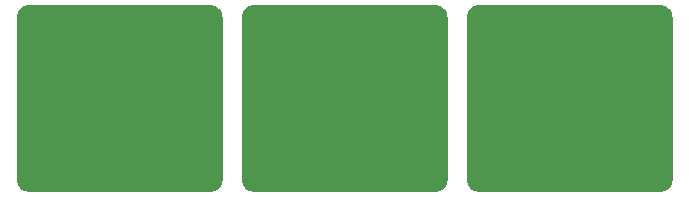
<source format=gbr>
G04 #@! TF.GenerationSoftware,KiCad,Pcbnew,(5.1.4-0)*
G04 #@! TF.CreationDate,2020-11-08T11:40:52+08:00*
G04 #@! TF.ProjectId,plate,706c6174-652e-46b6-9963-61645f706362,rev?*
G04 #@! TF.SameCoordinates,Original*
G04 #@! TF.FileFunction,Copper,L1,Top*
G04 #@! TF.FilePolarity,Positive*
%FSLAX46Y46*%
G04 Gerber Fmt 4.6, Leading zero omitted, Abs format (unit mm)*
G04 Created by KiCad (PCBNEW (5.1.4-0)) date 2020-11-08 11:40:52*
%MOMM*%
%LPD*%
G04 APERTURE LIST*
%ADD10C,0.100000*%
%ADD11C,15.800000*%
G04 APERTURE END LIST*
D10*
G36*
X214177166Y-81004793D02*
G01*
X214273793Y-81019126D01*
X214368549Y-81042862D01*
X214460523Y-81075770D01*
X214548828Y-81117536D01*
X214632615Y-81167755D01*
X214711075Y-81225945D01*
X214783454Y-81291546D01*
X214849055Y-81363925D01*
X214907245Y-81442385D01*
X214957464Y-81526172D01*
X214999230Y-81614477D01*
X215032138Y-81706451D01*
X215055874Y-81801207D01*
X215070207Y-81897834D01*
X215075000Y-81995400D01*
X215075000Y-95804600D01*
X215070207Y-95902166D01*
X215055874Y-95998793D01*
X215032138Y-96093549D01*
X214999230Y-96185523D01*
X214957464Y-96273828D01*
X214907245Y-96357615D01*
X214849055Y-96436075D01*
X214783454Y-96508454D01*
X214711075Y-96574055D01*
X214632615Y-96632245D01*
X214548828Y-96682464D01*
X214460523Y-96724230D01*
X214368549Y-96757138D01*
X214273793Y-96780874D01*
X214177166Y-96795207D01*
X214079600Y-96800000D01*
X198670400Y-96800000D01*
X198572834Y-96795207D01*
X198476207Y-96780874D01*
X198381451Y-96757138D01*
X198289477Y-96724230D01*
X198201172Y-96682464D01*
X198117385Y-96632245D01*
X198038925Y-96574055D01*
X197966546Y-96508454D01*
X197900945Y-96436075D01*
X197842755Y-96357615D01*
X197792536Y-96273828D01*
X197750770Y-96185523D01*
X197717862Y-96093549D01*
X197694126Y-95998793D01*
X197679793Y-95902166D01*
X197675000Y-95804600D01*
X197675000Y-81995400D01*
X197679793Y-81897834D01*
X197694126Y-81801207D01*
X197717862Y-81706451D01*
X197750770Y-81614477D01*
X197792536Y-81526172D01*
X197842755Y-81442385D01*
X197900945Y-81363925D01*
X197966546Y-81291546D01*
X198038925Y-81225945D01*
X198117385Y-81167755D01*
X198201172Y-81117536D01*
X198289477Y-81075770D01*
X198381451Y-81042862D01*
X198476207Y-81019126D01*
X198572834Y-81004793D01*
X198670400Y-81000000D01*
X214079600Y-81000000D01*
X214177166Y-81004793D01*
X214177166Y-81004793D01*
G37*
D11*
X206375000Y-88900000D03*
D10*
G36*
X195127166Y-81004793D02*
G01*
X195223793Y-81019126D01*
X195318549Y-81042862D01*
X195410523Y-81075770D01*
X195498828Y-81117536D01*
X195582615Y-81167755D01*
X195661075Y-81225945D01*
X195733454Y-81291546D01*
X195799055Y-81363925D01*
X195857245Y-81442385D01*
X195907464Y-81526172D01*
X195949230Y-81614477D01*
X195982138Y-81706451D01*
X196005874Y-81801207D01*
X196020207Y-81897834D01*
X196025000Y-81995400D01*
X196025000Y-95804600D01*
X196020207Y-95902166D01*
X196005874Y-95998793D01*
X195982138Y-96093549D01*
X195949230Y-96185523D01*
X195907464Y-96273828D01*
X195857245Y-96357615D01*
X195799055Y-96436075D01*
X195733454Y-96508454D01*
X195661075Y-96574055D01*
X195582615Y-96632245D01*
X195498828Y-96682464D01*
X195410523Y-96724230D01*
X195318549Y-96757138D01*
X195223793Y-96780874D01*
X195127166Y-96795207D01*
X195029600Y-96800000D01*
X179620400Y-96800000D01*
X179522834Y-96795207D01*
X179426207Y-96780874D01*
X179331451Y-96757138D01*
X179239477Y-96724230D01*
X179151172Y-96682464D01*
X179067385Y-96632245D01*
X178988925Y-96574055D01*
X178916546Y-96508454D01*
X178850945Y-96436075D01*
X178792755Y-96357615D01*
X178742536Y-96273828D01*
X178700770Y-96185523D01*
X178667862Y-96093549D01*
X178644126Y-95998793D01*
X178629793Y-95902166D01*
X178625000Y-95804600D01*
X178625000Y-81995400D01*
X178629793Y-81897834D01*
X178644126Y-81801207D01*
X178667862Y-81706451D01*
X178700770Y-81614477D01*
X178742536Y-81526172D01*
X178792755Y-81442385D01*
X178850945Y-81363925D01*
X178916546Y-81291546D01*
X178988925Y-81225945D01*
X179067385Y-81167755D01*
X179151172Y-81117536D01*
X179239477Y-81075770D01*
X179331451Y-81042862D01*
X179426207Y-81019126D01*
X179522834Y-81004793D01*
X179620400Y-81000000D01*
X195029600Y-81000000D01*
X195127166Y-81004793D01*
X195127166Y-81004793D01*
G37*
D11*
X187325000Y-88900000D03*
D10*
G36*
X176077166Y-81004793D02*
G01*
X176173793Y-81019126D01*
X176268549Y-81042862D01*
X176360523Y-81075770D01*
X176448828Y-81117536D01*
X176532615Y-81167755D01*
X176611075Y-81225945D01*
X176683454Y-81291546D01*
X176749055Y-81363925D01*
X176807245Y-81442385D01*
X176857464Y-81526172D01*
X176899230Y-81614477D01*
X176932138Y-81706451D01*
X176955874Y-81801207D01*
X176970207Y-81897834D01*
X176975000Y-81995400D01*
X176975000Y-95804600D01*
X176970207Y-95902166D01*
X176955874Y-95998793D01*
X176932138Y-96093549D01*
X176899230Y-96185523D01*
X176857464Y-96273828D01*
X176807245Y-96357615D01*
X176749055Y-96436075D01*
X176683454Y-96508454D01*
X176611075Y-96574055D01*
X176532615Y-96632245D01*
X176448828Y-96682464D01*
X176360523Y-96724230D01*
X176268549Y-96757138D01*
X176173793Y-96780874D01*
X176077166Y-96795207D01*
X175979600Y-96800000D01*
X160570400Y-96800000D01*
X160472834Y-96795207D01*
X160376207Y-96780874D01*
X160281451Y-96757138D01*
X160189477Y-96724230D01*
X160101172Y-96682464D01*
X160017385Y-96632245D01*
X159938925Y-96574055D01*
X159866546Y-96508454D01*
X159800945Y-96436075D01*
X159742755Y-96357615D01*
X159692536Y-96273828D01*
X159650770Y-96185523D01*
X159617862Y-96093549D01*
X159594126Y-95998793D01*
X159579793Y-95902166D01*
X159575000Y-95804600D01*
X159575000Y-81995400D01*
X159579793Y-81897834D01*
X159594126Y-81801207D01*
X159617862Y-81706451D01*
X159650770Y-81614477D01*
X159692536Y-81526172D01*
X159742755Y-81442385D01*
X159800945Y-81363925D01*
X159866546Y-81291546D01*
X159938925Y-81225945D01*
X160017385Y-81167755D01*
X160101172Y-81117536D01*
X160189477Y-81075770D01*
X160281451Y-81042862D01*
X160376207Y-81019126D01*
X160472834Y-81004793D01*
X160570400Y-81000000D01*
X175979600Y-81000000D01*
X176077166Y-81004793D01*
X176077166Y-81004793D01*
G37*
D11*
X168275000Y-88900000D03*
M02*

</source>
